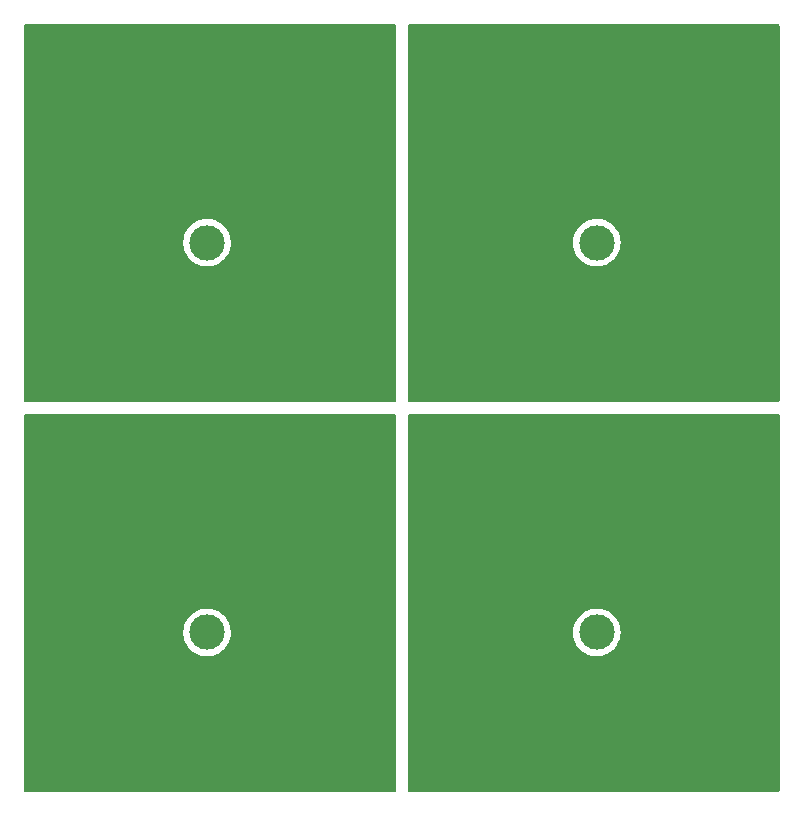
<source format=gbr>
%TF.GenerationSoftware,KiCad,Pcbnew,(6.0.4)*%
%TF.CreationDate,2022-09-16T03:15:39+09:00*%
%TF.ProjectId,gnssboard_p,676e7373-626f-4617-9264-5f702e6b6963,rev?*%
%TF.SameCoordinates,Original*%
%TF.FileFunction,Copper,L2,Bot*%
%TF.FilePolarity,Positive*%
%FSLAX46Y46*%
G04 Gerber Fmt 4.6, Leading zero omitted, Abs format (unit mm)*
G04 Created by KiCad (PCBNEW (6.0.4)) date 2022-09-16 03:15:39*
%MOMM*%
%LPD*%
G01*
G04 APERTURE LIST*
%TA.AperFunction,ComponentPad*%
%ADD10C,3.000000*%
%TD*%
%TA.AperFunction,ViaPad*%
%ADD11C,0.800000*%
%TD*%
G04 APERTURE END LIST*
D10*
%TO.P,IC14,1,1*%
%TO.N,Net-(C24-Pad1)*%
X159020000Y-91750000D03*
%TD*%
%TO.P,IC11,1,1*%
%TO.N,Net-(C24-Pad1)*%
X126020000Y-91750000D03*
%TD*%
%TO.P,IC8,1,1*%
%TO.N,Net-(C24-Pad1)*%
X159020000Y-58750000D03*
%TD*%
%TO.P,IC5,1,1*%
%TO.N,Net-(C24-Pad1)*%
X126020000Y-58750000D03*
%TD*%
D11*
%TO.N,GND2*%
X167772000Y-100574000D03*
X157485000Y-95240000D03*
X147579000Y-88001000D03*
X157485000Y-96510000D03*
X144658000Y-78857000D03*
X160406000Y-97780000D03*
X162565000Y-98288000D03*
X173360000Y-96510000D03*
X156850000Y-74920000D03*
X163817471Y-76817703D03*
X161295000Y-104130000D03*
X157485000Y-104130000D03*
X165740000Y-88890000D03*
X167010000Y-74920000D03*
X151135000Y-86350000D03*
X159009000Y-86223000D03*
X168280000Y-91430000D03*
X162692000Y-97018000D03*
X172920000Y-76950000D03*
X155580000Y-93970000D03*
X160660000Y-74920000D03*
X156850000Y-85080000D03*
X169720000Y-80150000D03*
X166248000Y-100828000D03*
X170185000Y-104130000D03*
X155580000Y-101590000D03*
X157485000Y-102225000D03*
X173360000Y-94224000D03*
X169550000Y-100320000D03*
X173360000Y-102860000D03*
X160406000Y-95240000D03*
X145420000Y-101590000D03*
X173360000Y-91430000D03*
X156850000Y-78730000D03*
X155562095Y-104117210D03*
X173520000Y-80150000D03*
X149224884Y-101582326D03*
X170185000Y-76825000D03*
X153040000Y-104130000D03*
X163220000Y-84650000D03*
X168120000Y-78150000D03*
X153027210Y-90142848D03*
X160660000Y-93970000D03*
X159020000Y-89250000D03*
X157358000Y-89906000D03*
X163835000Y-104130000D03*
X160406000Y-99304000D03*
X163200000Y-91430000D03*
X173720000Y-86450000D03*
X154183000Y-86350000D03*
X157485000Y-100320000D03*
X147960000Y-83175000D03*
X164470000Y-92700000D03*
X165740000Y-91430000D03*
X145420000Y-93970000D03*
X156596000Y-91430000D03*
X162946000Y-100828000D03*
X168280000Y-92700000D03*
X153027210Y-93945174D03*
X160025000Y-103876000D03*
X157485000Y-98415000D03*
X153040000Y-74920000D03*
X163200000Y-88890000D03*
X148595000Y-80000000D03*
X168280000Y-88890000D03*
X165232000Y-96764000D03*
X158755000Y-76825000D03*
X166248000Y-99304000D03*
X155580000Y-90160000D03*
X165720000Y-79950000D03*
X170312000Y-102352000D03*
X149865000Y-74920000D03*
X161295000Y-92700000D03*
X172090000Y-100320000D03*
X160660000Y-78730000D03*
X170820000Y-91430000D03*
X145420000Y-97780000D03*
X173360000Y-88890000D03*
X145420000Y-74920000D03*
X163320000Y-78950000D03*
X157612000Y-81778000D03*
X170820000Y-88890000D03*
X161422000Y-91430000D03*
X145420000Y-86350000D03*
X149230000Y-90160000D03*
X171620000Y-80150000D03*
X160660000Y-89906000D03*
X163720000Y-81350000D03*
X166820000Y-76650000D03*
X156850000Y-93970000D03*
X160406000Y-96510000D03*
X145420000Y-104130000D03*
X173360000Y-99050000D03*
X173360000Y-74920000D03*
X167620000Y-80650000D03*
X155580000Y-97780000D03*
X170820000Y-93208000D03*
X156850000Y-92954000D03*
X147960000Y-77460000D03*
X149230000Y-104130000D03*
X149230000Y-97780000D03*
X149230000Y-93970000D03*
X153040000Y-97780000D03*
X145420000Y-90160000D03*
X166248000Y-97780000D03*
X153040000Y-78095000D03*
X153040000Y-101590000D03*
X134772000Y-100574000D03*
X124485000Y-95240000D03*
X114579000Y-88001000D03*
X124485000Y-96510000D03*
X111658000Y-78857000D03*
X127406000Y-97780000D03*
X129565000Y-98288000D03*
X140360000Y-96510000D03*
X123850000Y-74920000D03*
X130817471Y-76817703D03*
X128295000Y-104130000D03*
X124485000Y-104130000D03*
X132740000Y-88890000D03*
X134010000Y-74920000D03*
X118135000Y-86350000D03*
X126009000Y-86223000D03*
X135280000Y-91430000D03*
X129692000Y-97018000D03*
X139920000Y-76950000D03*
X122580000Y-93970000D03*
X127660000Y-74920000D03*
X123850000Y-85080000D03*
X136720000Y-80150000D03*
X133248000Y-100828000D03*
X137185000Y-104130000D03*
X122580000Y-101590000D03*
X124485000Y-102225000D03*
X140360000Y-94224000D03*
X136550000Y-100320000D03*
X140360000Y-102860000D03*
X127406000Y-95240000D03*
X112420000Y-101590000D03*
X140360000Y-91430000D03*
X123850000Y-78730000D03*
X122562095Y-104117210D03*
X140520000Y-80150000D03*
X116224884Y-101582326D03*
X137185000Y-76825000D03*
X120040000Y-104130000D03*
X130220000Y-84650000D03*
X135120000Y-78150000D03*
X120027210Y-90142848D03*
X127660000Y-93970000D03*
X126020000Y-89250000D03*
X124358000Y-89906000D03*
X130835000Y-104130000D03*
X127406000Y-99304000D03*
X130200000Y-91430000D03*
X140720000Y-86450000D03*
X121183000Y-86350000D03*
X124485000Y-100320000D03*
X114960000Y-83175000D03*
X131470000Y-92700000D03*
X132740000Y-91430000D03*
X112420000Y-93970000D03*
X123596000Y-91430000D03*
X129946000Y-100828000D03*
X135280000Y-92700000D03*
X120027210Y-93945174D03*
X127025000Y-103876000D03*
X124485000Y-98415000D03*
X120040000Y-74920000D03*
X130200000Y-88890000D03*
X115595000Y-80000000D03*
X135280000Y-88890000D03*
X132232000Y-96764000D03*
X125755000Y-76825000D03*
X133248000Y-99304000D03*
X122580000Y-90160000D03*
X132720000Y-79950000D03*
X137312000Y-102352000D03*
X116865000Y-74920000D03*
X128295000Y-92700000D03*
X139090000Y-100320000D03*
X127660000Y-78730000D03*
X137820000Y-91430000D03*
X112420000Y-97780000D03*
X140360000Y-88890000D03*
X112420000Y-74920000D03*
X130320000Y-78950000D03*
X124612000Y-81778000D03*
X137820000Y-88890000D03*
X128422000Y-91430000D03*
X112420000Y-86350000D03*
X116230000Y-90160000D03*
X138620000Y-80150000D03*
X127660000Y-89906000D03*
X130720000Y-81350000D03*
X133820000Y-76650000D03*
X123850000Y-93970000D03*
X127406000Y-96510000D03*
X112420000Y-104130000D03*
X140360000Y-99050000D03*
X140360000Y-74920000D03*
X134620000Y-80650000D03*
X122580000Y-97780000D03*
X137820000Y-93208000D03*
X123850000Y-92954000D03*
X114960000Y-77460000D03*
X116230000Y-104130000D03*
X116230000Y-97780000D03*
X116230000Y-93970000D03*
X120040000Y-97780000D03*
X112420000Y-90160000D03*
X133248000Y-97780000D03*
X120040000Y-78095000D03*
X120040000Y-101590000D03*
X167772000Y-67574000D03*
X157485000Y-62240000D03*
X147579000Y-55001000D03*
X157485000Y-63510000D03*
X144658000Y-45857000D03*
X160406000Y-64780000D03*
X162565000Y-65288000D03*
X173360000Y-63510000D03*
X156850000Y-41920000D03*
X163817471Y-43817703D03*
X161295000Y-71130000D03*
X157485000Y-71130000D03*
X165740000Y-55890000D03*
X167010000Y-41920000D03*
X151135000Y-53350000D03*
X159009000Y-53223000D03*
X168280000Y-58430000D03*
X162692000Y-64018000D03*
X172920000Y-43950000D03*
X155580000Y-60970000D03*
X160660000Y-41920000D03*
X156850000Y-52080000D03*
X169720000Y-47150000D03*
X166248000Y-67828000D03*
X170185000Y-71130000D03*
X155580000Y-68590000D03*
X157485000Y-69225000D03*
X173360000Y-61224000D03*
X169550000Y-67320000D03*
X173360000Y-69860000D03*
X160406000Y-62240000D03*
X145420000Y-68590000D03*
X173360000Y-58430000D03*
X156850000Y-45730000D03*
X155562095Y-71117210D03*
X173520000Y-47150000D03*
X149224884Y-68582326D03*
X170185000Y-43825000D03*
X153040000Y-71130000D03*
X163220000Y-51650000D03*
X168120000Y-45150000D03*
X153027210Y-57142848D03*
X160660000Y-60970000D03*
X159020000Y-56250000D03*
X157358000Y-56906000D03*
X163835000Y-71130000D03*
X160406000Y-66304000D03*
X163200000Y-58430000D03*
X173720000Y-53450000D03*
X154183000Y-53350000D03*
X157485000Y-67320000D03*
X147960000Y-50175000D03*
X164470000Y-59700000D03*
X165740000Y-58430000D03*
X145420000Y-60970000D03*
X156596000Y-58430000D03*
X162946000Y-67828000D03*
X168280000Y-59700000D03*
X153027210Y-60945174D03*
X160025000Y-70876000D03*
X157485000Y-65415000D03*
X153040000Y-41920000D03*
X163200000Y-55890000D03*
X148595000Y-47000000D03*
X168280000Y-55890000D03*
X165232000Y-63764000D03*
X158755000Y-43825000D03*
X166248000Y-66304000D03*
X155580000Y-57160000D03*
X165720000Y-46950000D03*
X170312000Y-69352000D03*
X149865000Y-41920000D03*
X161295000Y-59700000D03*
X172090000Y-67320000D03*
X160660000Y-45730000D03*
X170820000Y-58430000D03*
X145420000Y-64780000D03*
X173360000Y-55890000D03*
X145420000Y-41920000D03*
X163320000Y-45950000D03*
X157612000Y-48778000D03*
X170820000Y-55890000D03*
X161422000Y-58430000D03*
X145420000Y-53350000D03*
X149230000Y-57160000D03*
X171620000Y-47150000D03*
X160660000Y-56906000D03*
X163720000Y-48350000D03*
X166820000Y-43650000D03*
X156850000Y-60970000D03*
X160406000Y-63510000D03*
X145420000Y-71130000D03*
X173360000Y-66050000D03*
X173360000Y-41920000D03*
X167620000Y-47650000D03*
X155580000Y-64780000D03*
X170820000Y-60208000D03*
X156850000Y-59954000D03*
X147960000Y-44460000D03*
X149230000Y-71130000D03*
X149230000Y-64780000D03*
X149230000Y-60970000D03*
X153040000Y-64780000D03*
X145420000Y-57160000D03*
X166248000Y-64780000D03*
X153040000Y-45095000D03*
X153040000Y-68590000D03*
X135280000Y-55890000D03*
X127025000Y-70876000D03*
X120027210Y-60945174D03*
X115595000Y-47000000D03*
X135280000Y-59700000D03*
X129946000Y-67828000D03*
X132740000Y-58430000D03*
X130200000Y-55890000D03*
X123596000Y-58430000D03*
X112420000Y-60970000D03*
X131470000Y-59700000D03*
X132232000Y-63764000D03*
X114960000Y-50175000D03*
X120040000Y-41920000D03*
X124485000Y-65415000D03*
X124485000Y-67320000D03*
X125755000Y-43825000D03*
X121183000Y-53350000D03*
X128295000Y-71130000D03*
X135280000Y-58430000D03*
X140720000Y-53450000D03*
X123850000Y-41920000D03*
X137185000Y-43825000D03*
X122580000Y-68590000D03*
X134772000Y-67574000D03*
X127406000Y-62240000D03*
X130220000Y-51650000D03*
X135120000Y-45150000D03*
X120040000Y-71130000D03*
X127660000Y-41920000D03*
X123850000Y-45730000D03*
X140360000Y-69860000D03*
X127406000Y-64780000D03*
X140360000Y-63510000D03*
X126020000Y-56250000D03*
X114579000Y-55001000D03*
X127660000Y-60970000D03*
X111658000Y-45857000D03*
X137185000Y-71130000D03*
X120027210Y-57142848D03*
X130200000Y-58430000D03*
X130835000Y-71130000D03*
X134010000Y-41920000D03*
X126009000Y-53223000D03*
X124358000Y-56906000D03*
X118135000Y-53350000D03*
X140360000Y-58430000D03*
X112420000Y-68590000D03*
X124485000Y-69225000D03*
X140520000Y-47150000D03*
X136720000Y-47150000D03*
X133248000Y-67828000D03*
X116224884Y-68582326D03*
X132740000Y-55890000D03*
X124485000Y-71130000D03*
X123850000Y-52080000D03*
X122562095Y-71117210D03*
X136550000Y-67320000D03*
X140360000Y-61224000D03*
X127406000Y-66304000D03*
X122580000Y-60970000D03*
X124485000Y-63510000D03*
X139920000Y-43950000D03*
X129692000Y-64018000D03*
X130817471Y-43817703D03*
X129565000Y-65288000D03*
X124485000Y-62240000D03*
X137312000Y-69352000D03*
X132720000Y-46950000D03*
X133248000Y-66304000D03*
X122580000Y-57160000D03*
X127660000Y-45730000D03*
X139090000Y-67320000D03*
X128295000Y-59700000D03*
X116865000Y-41920000D03*
X134620000Y-47650000D03*
X140360000Y-41920000D03*
X140360000Y-66050000D03*
X112420000Y-71130000D03*
X120040000Y-68590000D03*
X124612000Y-48778000D03*
X116230000Y-64780000D03*
X127406000Y-63510000D03*
X137820000Y-55890000D03*
X140360000Y-55890000D03*
X112420000Y-64780000D03*
X116230000Y-60970000D03*
X114960000Y-44460000D03*
X130720000Y-48350000D03*
X138620000Y-47150000D03*
X120040000Y-45095000D03*
X133820000Y-43650000D03*
X128422000Y-58430000D03*
X133248000Y-64780000D03*
X122580000Y-64780000D03*
X116230000Y-57160000D03*
X123850000Y-59954000D03*
X130320000Y-45950000D03*
X127660000Y-56906000D03*
X112420000Y-41920000D03*
X137820000Y-58430000D03*
X137820000Y-60208000D03*
X112420000Y-57160000D03*
X123850000Y-60970000D03*
X112420000Y-53350000D03*
X120040000Y-64780000D03*
X116230000Y-71130000D03*
%TD*%
%TA.AperFunction,Conductor*%
%TO.N,GND2*%
G36*
X141962121Y-40270002D02*
G01*
X142008614Y-40323658D01*
X142020000Y-40376000D01*
X142020000Y-72124000D01*
X141999998Y-72192121D01*
X141946342Y-72238614D01*
X141894000Y-72250000D01*
X110634500Y-72250000D01*
X110566379Y-72229998D01*
X110519886Y-72176342D01*
X110508500Y-72124000D01*
X110508500Y-58728918D01*
X124006917Y-58728918D01*
X124022682Y-59002320D01*
X124023507Y-59006525D01*
X124023508Y-59006533D01*
X124034127Y-59060657D01*
X124075405Y-59271053D01*
X124076792Y-59275103D01*
X124076793Y-59275108D01*
X124097605Y-59335895D01*
X124164112Y-59530144D01*
X124287160Y-59774799D01*
X124289586Y-59778328D01*
X124289589Y-59778334D01*
X124439843Y-59996953D01*
X124442274Y-60000490D01*
X124626582Y-60203043D01*
X124836675Y-60378707D01*
X124840316Y-60380991D01*
X125065024Y-60521951D01*
X125065028Y-60521953D01*
X125068664Y-60524234D01*
X125136544Y-60554883D01*
X125314345Y-60635164D01*
X125314349Y-60635166D01*
X125318257Y-60636930D01*
X125322377Y-60638150D01*
X125322376Y-60638150D01*
X125576723Y-60713491D01*
X125576727Y-60713492D01*
X125580836Y-60714709D01*
X125585070Y-60715357D01*
X125585075Y-60715358D01*
X125847298Y-60755483D01*
X125847300Y-60755483D01*
X125851540Y-60756132D01*
X125990912Y-60758322D01*
X126121071Y-60760367D01*
X126121077Y-60760367D01*
X126125362Y-60760434D01*
X126397235Y-60727534D01*
X126662127Y-60658041D01*
X126666087Y-60656401D01*
X126666092Y-60656399D01*
X126788632Y-60605641D01*
X126915136Y-60553241D01*
X127151582Y-60415073D01*
X127367089Y-60246094D01*
X127408809Y-60203043D01*
X127554686Y-60052509D01*
X127557669Y-60049431D01*
X127560202Y-60045983D01*
X127560206Y-60045978D01*
X127717257Y-59832178D01*
X127719795Y-59828723D01*
X127747154Y-59778334D01*
X127848418Y-59591830D01*
X127848419Y-59591828D01*
X127850468Y-59588054D01*
X127947269Y-59331877D01*
X128008407Y-59064933D01*
X128032751Y-58792161D01*
X128033193Y-58750000D01*
X128014567Y-58476778D01*
X127959032Y-58208612D01*
X127867617Y-57950465D01*
X127742013Y-57707112D01*
X127732040Y-57692921D01*
X127587008Y-57486562D01*
X127584545Y-57483057D01*
X127398125Y-57282445D01*
X127394810Y-57279731D01*
X127394806Y-57279728D01*
X127189523Y-57111706D01*
X127186205Y-57108990D01*
X126952704Y-56965901D01*
X126948768Y-56964173D01*
X126705873Y-56857549D01*
X126705869Y-56857548D01*
X126701945Y-56855825D01*
X126438566Y-56780800D01*
X126434324Y-56780196D01*
X126434318Y-56780195D01*
X126233834Y-56751662D01*
X126167443Y-56742213D01*
X126023589Y-56741460D01*
X125897877Y-56740802D01*
X125897871Y-56740802D01*
X125893591Y-56740780D01*
X125889347Y-56741339D01*
X125889343Y-56741339D01*
X125770302Y-56757011D01*
X125622078Y-56776525D01*
X125617938Y-56777658D01*
X125617936Y-56777658D01*
X125545008Y-56797609D01*
X125357928Y-56848788D01*
X125353980Y-56850472D01*
X125109982Y-56954546D01*
X125109978Y-56954548D01*
X125106030Y-56956232D01*
X125086125Y-56968145D01*
X124874725Y-57094664D01*
X124874721Y-57094667D01*
X124871043Y-57096868D01*
X124657318Y-57268094D01*
X124468808Y-57466742D01*
X124309002Y-57689136D01*
X124180857Y-57931161D01*
X124179385Y-57935184D01*
X124179383Y-57935188D01*
X124172314Y-57954506D01*
X124086743Y-58188337D01*
X124028404Y-58455907D01*
X124006917Y-58728918D01*
X110508500Y-58728918D01*
X110508500Y-40376000D01*
X110528502Y-40307879D01*
X110582158Y-40261386D01*
X110634500Y-40250000D01*
X141894000Y-40250000D01*
X141962121Y-40270002D01*
G37*
%TD.AperFunction*%
%TD*%
%TA.AperFunction,Conductor*%
%TO.N,GND2*%
G36*
X174433621Y-40270002D02*
G01*
X174480114Y-40323658D01*
X174491500Y-40376000D01*
X174491500Y-72124000D01*
X174471498Y-72192121D01*
X174417842Y-72238614D01*
X174365500Y-72250000D01*
X143146000Y-72250000D01*
X143077879Y-72229998D01*
X143031386Y-72176342D01*
X143020000Y-72124000D01*
X143020000Y-58728918D01*
X157006917Y-58728918D01*
X157022682Y-59002320D01*
X157023507Y-59006525D01*
X157023508Y-59006533D01*
X157034127Y-59060657D01*
X157075405Y-59271053D01*
X157076792Y-59275103D01*
X157076793Y-59275108D01*
X157097605Y-59335895D01*
X157164112Y-59530144D01*
X157287160Y-59774799D01*
X157289586Y-59778328D01*
X157289589Y-59778334D01*
X157439843Y-59996953D01*
X157442274Y-60000490D01*
X157626582Y-60203043D01*
X157836675Y-60378707D01*
X157840316Y-60380991D01*
X158065024Y-60521951D01*
X158065028Y-60521953D01*
X158068664Y-60524234D01*
X158136544Y-60554883D01*
X158314345Y-60635164D01*
X158314349Y-60635166D01*
X158318257Y-60636930D01*
X158322377Y-60638150D01*
X158322376Y-60638150D01*
X158576723Y-60713491D01*
X158576727Y-60713492D01*
X158580836Y-60714709D01*
X158585070Y-60715357D01*
X158585075Y-60715358D01*
X158847298Y-60755483D01*
X158847300Y-60755483D01*
X158851540Y-60756132D01*
X158990912Y-60758322D01*
X159121071Y-60760367D01*
X159121077Y-60760367D01*
X159125362Y-60760434D01*
X159397235Y-60727534D01*
X159662127Y-60658041D01*
X159666087Y-60656401D01*
X159666092Y-60656399D01*
X159788632Y-60605641D01*
X159915136Y-60553241D01*
X160151582Y-60415073D01*
X160367089Y-60246094D01*
X160408809Y-60203043D01*
X160554686Y-60052509D01*
X160557669Y-60049431D01*
X160560202Y-60045983D01*
X160560206Y-60045978D01*
X160717257Y-59832178D01*
X160719795Y-59828723D01*
X160747154Y-59778334D01*
X160848418Y-59591830D01*
X160848419Y-59591828D01*
X160850468Y-59588054D01*
X160947269Y-59331877D01*
X161008407Y-59064933D01*
X161032751Y-58792161D01*
X161033193Y-58750000D01*
X161014567Y-58476778D01*
X160959032Y-58208612D01*
X160867617Y-57950465D01*
X160742013Y-57707112D01*
X160732040Y-57692921D01*
X160587008Y-57486562D01*
X160584545Y-57483057D01*
X160398125Y-57282445D01*
X160394810Y-57279731D01*
X160394806Y-57279728D01*
X160189523Y-57111706D01*
X160186205Y-57108990D01*
X159952704Y-56965901D01*
X159948768Y-56964173D01*
X159705873Y-56857549D01*
X159705869Y-56857548D01*
X159701945Y-56855825D01*
X159438566Y-56780800D01*
X159434324Y-56780196D01*
X159434318Y-56780195D01*
X159233834Y-56751662D01*
X159167443Y-56742213D01*
X159023589Y-56741460D01*
X158897877Y-56740802D01*
X158897871Y-56740802D01*
X158893591Y-56740780D01*
X158889347Y-56741339D01*
X158889343Y-56741339D01*
X158770302Y-56757011D01*
X158622078Y-56776525D01*
X158617938Y-56777658D01*
X158617936Y-56777658D01*
X158545008Y-56797609D01*
X158357928Y-56848788D01*
X158353980Y-56850472D01*
X158109982Y-56954546D01*
X158109978Y-56954548D01*
X158106030Y-56956232D01*
X158086125Y-56968145D01*
X157874725Y-57094664D01*
X157874721Y-57094667D01*
X157871043Y-57096868D01*
X157657318Y-57268094D01*
X157468808Y-57466742D01*
X157309002Y-57689136D01*
X157180857Y-57931161D01*
X157179385Y-57935184D01*
X157179383Y-57935188D01*
X157172314Y-57954506D01*
X157086743Y-58188337D01*
X157028404Y-58455907D01*
X157006917Y-58728918D01*
X143020000Y-58728918D01*
X143020000Y-40376000D01*
X143040002Y-40307879D01*
X143093658Y-40261386D01*
X143146000Y-40250000D01*
X174365500Y-40250000D01*
X174433621Y-40270002D01*
G37*
%TD.AperFunction*%
%TD*%
%TA.AperFunction,Conductor*%
%TO.N,GND2*%
G36*
X141962121Y-73270002D02*
G01*
X142008614Y-73323658D01*
X142020000Y-73376000D01*
X142020000Y-105124000D01*
X141999998Y-105192121D01*
X141946342Y-105238614D01*
X141894000Y-105250000D01*
X110634500Y-105250000D01*
X110566379Y-105229998D01*
X110519886Y-105176342D01*
X110508500Y-105124000D01*
X110508500Y-91728918D01*
X124006917Y-91728918D01*
X124022682Y-92002320D01*
X124023507Y-92006525D01*
X124023508Y-92006533D01*
X124034127Y-92060657D01*
X124075405Y-92271053D01*
X124076792Y-92275103D01*
X124076793Y-92275108D01*
X124097605Y-92335895D01*
X124164112Y-92530144D01*
X124287160Y-92774799D01*
X124289586Y-92778328D01*
X124289589Y-92778334D01*
X124439843Y-92996953D01*
X124442274Y-93000490D01*
X124626582Y-93203043D01*
X124836675Y-93378707D01*
X124840316Y-93380991D01*
X125065024Y-93521951D01*
X125065028Y-93521953D01*
X125068664Y-93524234D01*
X125136544Y-93554883D01*
X125314345Y-93635164D01*
X125314349Y-93635166D01*
X125318257Y-93636930D01*
X125322377Y-93638150D01*
X125322376Y-93638150D01*
X125576723Y-93713491D01*
X125576727Y-93713492D01*
X125580836Y-93714709D01*
X125585070Y-93715357D01*
X125585075Y-93715358D01*
X125847298Y-93755483D01*
X125847300Y-93755483D01*
X125851540Y-93756132D01*
X125990912Y-93758322D01*
X126121071Y-93760367D01*
X126121077Y-93760367D01*
X126125362Y-93760434D01*
X126397235Y-93727534D01*
X126662127Y-93658041D01*
X126666087Y-93656401D01*
X126666092Y-93656399D01*
X126788631Y-93605641D01*
X126915136Y-93553241D01*
X127151582Y-93415073D01*
X127367089Y-93246094D01*
X127408809Y-93203043D01*
X127554686Y-93052509D01*
X127557669Y-93049431D01*
X127560202Y-93045983D01*
X127560206Y-93045978D01*
X127717257Y-92832178D01*
X127719795Y-92828723D01*
X127747154Y-92778334D01*
X127848418Y-92591830D01*
X127848419Y-92591828D01*
X127850468Y-92588054D01*
X127947269Y-92331877D01*
X128008407Y-92064933D01*
X128032751Y-91792161D01*
X128033193Y-91750000D01*
X128014567Y-91476778D01*
X127959032Y-91208612D01*
X127867617Y-90950465D01*
X127742013Y-90707112D01*
X127732040Y-90692921D01*
X127587008Y-90486562D01*
X127584545Y-90483057D01*
X127398125Y-90282445D01*
X127394810Y-90279731D01*
X127394806Y-90279728D01*
X127189523Y-90111706D01*
X127186205Y-90108990D01*
X126952704Y-89965901D01*
X126948768Y-89964173D01*
X126705873Y-89857549D01*
X126705869Y-89857548D01*
X126701945Y-89855825D01*
X126438566Y-89780800D01*
X126434324Y-89780196D01*
X126434318Y-89780195D01*
X126233834Y-89751662D01*
X126167443Y-89742213D01*
X126023589Y-89741460D01*
X125897877Y-89740802D01*
X125897871Y-89740802D01*
X125893591Y-89740780D01*
X125889347Y-89741339D01*
X125889343Y-89741339D01*
X125770302Y-89757011D01*
X125622078Y-89776525D01*
X125617938Y-89777658D01*
X125617936Y-89777658D01*
X125545008Y-89797609D01*
X125357928Y-89848788D01*
X125353980Y-89850472D01*
X125109982Y-89954546D01*
X125109978Y-89954548D01*
X125106030Y-89956232D01*
X125086125Y-89968145D01*
X124874725Y-90094664D01*
X124874721Y-90094667D01*
X124871043Y-90096868D01*
X124657318Y-90268094D01*
X124468808Y-90466742D01*
X124309002Y-90689136D01*
X124180857Y-90931161D01*
X124179385Y-90935184D01*
X124179383Y-90935188D01*
X124172314Y-90954506D01*
X124086743Y-91188337D01*
X124028404Y-91455907D01*
X124006917Y-91728918D01*
X110508500Y-91728918D01*
X110508500Y-73376000D01*
X110528502Y-73307879D01*
X110582158Y-73261386D01*
X110634500Y-73250000D01*
X141894000Y-73250000D01*
X141962121Y-73270002D01*
G37*
%TD.AperFunction*%
%TD*%
%TA.AperFunction,Conductor*%
%TO.N,GND2*%
G36*
X174433621Y-73270002D02*
G01*
X174480114Y-73323658D01*
X174491500Y-73376000D01*
X174491500Y-105124000D01*
X174471498Y-105192121D01*
X174417842Y-105238614D01*
X174365500Y-105250000D01*
X143146000Y-105250000D01*
X143077879Y-105229998D01*
X143031386Y-105176342D01*
X143020000Y-105124000D01*
X143020000Y-91728918D01*
X157006917Y-91728918D01*
X157022682Y-92002320D01*
X157023507Y-92006525D01*
X157023508Y-92006533D01*
X157034127Y-92060657D01*
X157075405Y-92271053D01*
X157076792Y-92275103D01*
X157076793Y-92275108D01*
X157097605Y-92335895D01*
X157164112Y-92530144D01*
X157287160Y-92774799D01*
X157289586Y-92778328D01*
X157289589Y-92778334D01*
X157439843Y-92996953D01*
X157442274Y-93000490D01*
X157626582Y-93203043D01*
X157836675Y-93378707D01*
X157840316Y-93380991D01*
X158065024Y-93521951D01*
X158065028Y-93521953D01*
X158068664Y-93524234D01*
X158136544Y-93554883D01*
X158314345Y-93635164D01*
X158314349Y-93635166D01*
X158318257Y-93636930D01*
X158322377Y-93638150D01*
X158322376Y-93638150D01*
X158576723Y-93713491D01*
X158576727Y-93713492D01*
X158580836Y-93714709D01*
X158585070Y-93715357D01*
X158585075Y-93715358D01*
X158847298Y-93755483D01*
X158847300Y-93755483D01*
X158851540Y-93756132D01*
X158990912Y-93758322D01*
X159121071Y-93760367D01*
X159121077Y-93760367D01*
X159125362Y-93760434D01*
X159397235Y-93727534D01*
X159662127Y-93658041D01*
X159666087Y-93656401D01*
X159666092Y-93656399D01*
X159788631Y-93605641D01*
X159915136Y-93553241D01*
X160151582Y-93415073D01*
X160367089Y-93246094D01*
X160408809Y-93203043D01*
X160554686Y-93052509D01*
X160557669Y-93049431D01*
X160560202Y-93045983D01*
X160560206Y-93045978D01*
X160717257Y-92832178D01*
X160719795Y-92828723D01*
X160747154Y-92778334D01*
X160848418Y-92591830D01*
X160848419Y-92591828D01*
X160850468Y-92588054D01*
X160947269Y-92331877D01*
X161008407Y-92064933D01*
X161032751Y-91792161D01*
X161033193Y-91750000D01*
X161014567Y-91476778D01*
X160959032Y-91208612D01*
X160867617Y-90950465D01*
X160742013Y-90707112D01*
X160732040Y-90692921D01*
X160587008Y-90486562D01*
X160584545Y-90483057D01*
X160398125Y-90282445D01*
X160394810Y-90279731D01*
X160394806Y-90279728D01*
X160189523Y-90111706D01*
X160186205Y-90108990D01*
X159952704Y-89965901D01*
X159948768Y-89964173D01*
X159705873Y-89857549D01*
X159705869Y-89857548D01*
X159701945Y-89855825D01*
X159438566Y-89780800D01*
X159434324Y-89780196D01*
X159434318Y-89780195D01*
X159233834Y-89751662D01*
X159167443Y-89742213D01*
X159023589Y-89741460D01*
X158897877Y-89740802D01*
X158897871Y-89740802D01*
X158893591Y-89740780D01*
X158889347Y-89741339D01*
X158889343Y-89741339D01*
X158770302Y-89757011D01*
X158622078Y-89776525D01*
X158617938Y-89777658D01*
X158617936Y-89777658D01*
X158545008Y-89797609D01*
X158357928Y-89848788D01*
X158353980Y-89850472D01*
X158109982Y-89954546D01*
X158109978Y-89954548D01*
X158106030Y-89956232D01*
X158086125Y-89968145D01*
X157874725Y-90094664D01*
X157874721Y-90094667D01*
X157871043Y-90096868D01*
X157657318Y-90268094D01*
X157468808Y-90466742D01*
X157309002Y-90689136D01*
X157180857Y-90931161D01*
X157179385Y-90935184D01*
X157179383Y-90935188D01*
X157172314Y-90954506D01*
X157086743Y-91188337D01*
X157028404Y-91455907D01*
X157006917Y-91728918D01*
X143020000Y-91728918D01*
X143020000Y-73376000D01*
X143040002Y-73307879D01*
X143093658Y-73261386D01*
X143146000Y-73250000D01*
X174365500Y-73250000D01*
X174433621Y-73270002D01*
G37*
%TD.AperFunction*%
%TD*%
M02*

</source>
